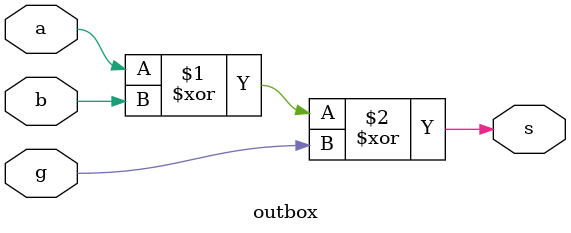
<source format=sv>
module prefixadd(input  logic [3:0] a, b, 
             output logic [3:0] s);
				 
				 logic [3:0] p, g;
				 logic [1:0] p0, p1, g0, g1;
				 
inbox inbox_0(a[0], b[0], p[0], g[0]);
inbox inbox_1(a[1], b[1], p[1], g[1]);
inbox inbox_2(a[2], b[2], p[2], g[2]);
inbox inbox_3(a[3], b[3], p[3], g[3]);

bbx bb0n1(g[0], p[0], 1'b0, 1'b0, g0[0], p0[0]);
bbx bb1n1(g[1], p[1], g0[0], p0[0], g1[0], p1[0]);
bbx bb2n1(g0[1], p0[1], g0[0], p0[0], g1[1], p1[1]);
bbx bb21(g[2], p[2], g[1], p[1], g0[1], p0[1]);				 
				 
outbox outbox_0(a[0], b[0], 1'b0, s[0]);
outbox outbox_1(a[1], b[1], g0[0], s[1]);
outbox outbox_2(a[2], b[2], g1[0], s[2]);
outbox outbox_3(a[3], b[3], g1[1], s[3]);

				 
endmodule				 
				 
				 
 module inbox(input  logic a, b, 
             output logic p, g);
				 
assign p = a | b;
assign g = a & b;
				 
				 
endmodule

module bbx(input  logic gik, pik, gkj, pkj,
             output logic gij, pij);
				 
assign pij = pik & pkj;
assign gij = gik | (gkj & pik);


				 
				 
endmodule


module outbox(input  logic a, b, g,
             output logic s);
				 
assign s = a ^ b ^ g;
				 
endmodule
</source>
